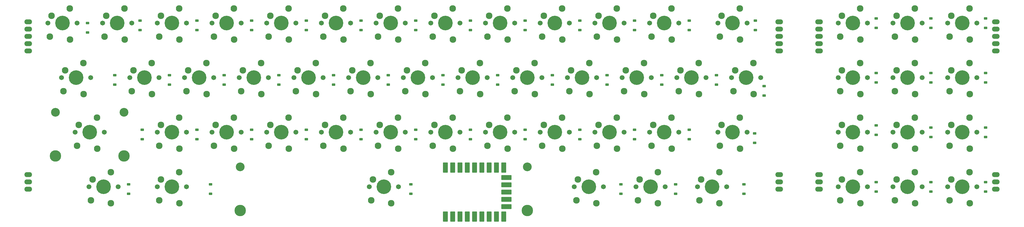
<source format=gbs>
G04 #@! TF.GenerationSoftware,KiCad,Pcbnew,8.0.3*
G04 #@! TF.CreationDate,2024-09-06T14:15:15-05:00*
G04 #@! TF.ProjectId,keyboard,6b657962-6f61-4726-942e-6b696361645f,rev?*
G04 #@! TF.SameCoordinates,Original*
G04 #@! TF.FileFunction,Soldermask,Bot*
G04 #@! TF.FilePolarity,Negative*
%FSLAX46Y46*%
G04 Gerber Fmt 4.6, Leading zero omitted, Abs format (unit mm)*
G04 Created by KiCad (PCBNEW 8.0.3) date 2024-09-06 14:15:15*
%MOMM*%
%LPD*%
G01*
G04 APERTURE LIST*
G04 Aperture macros list*
%AMRoundRect*
0 Rectangle with rounded corners*
0 $1 Rounding radius*
0 $2 $3 $4 $5 $6 $7 $8 $9 X,Y pos of 4 corners*
0 Add a 4 corners polygon primitive as box body*
4,1,4,$2,$3,$4,$5,$6,$7,$8,$9,$2,$3,0*
0 Add four circle primitives for the rounded corners*
1,1,$1+$1,$2,$3*
1,1,$1+$1,$4,$5*
1,1,$1+$1,$6,$7*
1,1,$1+$1,$8,$9*
0 Add four rect primitives between the rounded corners*
20,1,$1+$1,$2,$3,$4,$5,0*
20,1,$1+$1,$4,$5,$6,$7,0*
20,1,$1+$1,$6,$7,$8,$9,0*
20,1,$1+$1,$8,$9,$2,$3,0*%
G04 Aperture macros list end*
%ADD10C,5.100000*%
%ADD11C,2.300000*%
%ADD12C,1.701800*%
%ADD13C,3.987800*%
%ADD14O,2.700000X1.700000*%
%ADD15C,3.048000*%
%ADD16RoundRect,0.225000X0.375000X-0.225000X0.375000X0.225000X-0.375000X0.225000X-0.375000X-0.225000X0*%
%ADD17C,1.524000*%
%ADD18RoundRect,0.114865X-0.735135X1.635135X-0.735135X-1.635135X0.735135X-1.635135X0.735135X1.635135X0*%
%ADD19RoundRect,0.114865X1.635135X0.735135X-1.635135X0.735135X-1.635135X-0.735135X1.635135X-0.735135X0*%
G04 APERTURE END LIST*
D10*
X76200000Y-113506250D03*
D11*
X71800000Y-118206250D03*
X78800000Y-119256250D03*
D12*
X327342500Y-170656250D03*
D13*
X332422500Y-170656250D03*
D12*
X337502500Y-170656250D03*
D11*
X328612500Y-168116250D03*
X334962500Y-165576250D03*
D10*
X95250000Y-170656250D03*
D11*
X90850000Y-175356250D03*
X97850000Y-176406250D03*
D12*
X137795000Y-132556250D03*
D13*
X142875000Y-132556250D03*
D12*
X147955000Y-132556250D03*
D11*
X139065000Y-130016250D03*
X145415000Y-127476250D03*
D12*
X223520000Y-151606250D03*
D13*
X228600000Y-151606250D03*
D12*
X233680000Y-151606250D03*
D11*
X224790000Y-149066250D03*
X231140000Y-146526250D03*
D10*
X219075000Y-132556250D03*
D11*
X214675000Y-137256250D03*
X221675000Y-138306250D03*
D10*
X57150000Y-113506250D03*
D11*
X52750000Y-118206250D03*
X59750000Y-119256250D03*
D12*
X90170000Y-170656250D03*
D13*
X95250000Y-170656250D03*
D12*
X100330000Y-170656250D03*
D11*
X91440000Y-168116250D03*
X97790000Y-165576250D03*
D12*
X285432500Y-151606250D03*
D13*
X290512500Y-151606250D03*
D12*
X295592500Y-151606250D03*
D11*
X286702500Y-149066250D03*
X293052500Y-146526250D03*
D10*
X295275000Y-132556250D03*
D11*
X290875000Y-137256250D03*
X297875000Y-138306250D03*
D10*
X200025000Y-132556250D03*
D11*
X195625000Y-137256250D03*
X202625000Y-138306250D03*
D10*
X123825000Y-132556250D03*
D11*
X119425000Y-137256250D03*
X126425000Y-138306250D03*
D14*
X45243750Y-123190000D03*
X45243750Y-120650000D03*
X45243750Y-118110000D03*
X45243750Y-115570000D03*
X45243750Y-113030000D03*
D12*
X327342500Y-113506250D03*
D13*
X332422500Y-113506250D03*
D12*
X337502500Y-113506250D03*
D11*
X328612500Y-110966250D03*
X334962500Y-108426250D03*
D10*
X261937500Y-170656250D03*
D11*
X257537500Y-175356250D03*
X264537500Y-176406250D03*
D12*
X128270000Y-113506250D03*
D13*
X133350000Y-113506250D03*
D12*
X138430000Y-113506250D03*
D11*
X129540000Y-110966250D03*
X135890000Y-108426250D03*
D10*
X370522500Y-170656250D03*
D11*
X366122500Y-175356250D03*
X373122500Y-176406250D03*
D12*
X285432500Y-113506250D03*
D13*
X290512500Y-113506250D03*
D12*
X295592500Y-113506250D03*
D11*
X286702500Y-110966250D03*
X293052500Y-108426250D03*
D12*
X271145000Y-132556250D03*
D13*
X276225000Y-132556250D03*
D12*
X281305000Y-132556250D03*
D11*
X272415000Y-130016250D03*
X278765000Y-127476250D03*
D12*
X147320000Y-113506250D03*
D13*
X152400000Y-113506250D03*
D12*
X157480000Y-113506250D03*
D11*
X148590000Y-110966250D03*
X154940000Y-108426250D03*
D10*
X332422500Y-113506250D03*
D11*
X328022500Y-118206250D03*
X335022500Y-119256250D03*
D10*
X332422500Y-170656250D03*
D11*
X328022500Y-175356250D03*
X335022500Y-176406250D03*
D10*
X114300000Y-113506250D03*
D11*
X109900000Y-118206250D03*
X116900000Y-119256250D03*
D10*
X190500000Y-151606250D03*
D11*
X186100000Y-156306250D03*
X193100000Y-157356250D03*
D12*
X71120000Y-113506250D03*
D13*
X76200000Y-113506250D03*
D12*
X81280000Y-113506250D03*
D11*
X72390000Y-110966250D03*
X78740000Y-108426250D03*
D12*
X327342500Y-132556250D03*
D13*
X332422500Y-132556250D03*
D12*
X337502500Y-132556250D03*
D11*
X328612500Y-130016250D03*
X334962500Y-127476250D03*
D10*
X370522500Y-132556250D03*
D11*
X366122500Y-137256250D03*
X373122500Y-138306250D03*
D14*
X382181250Y-113030000D03*
X382181250Y-115570000D03*
X382181250Y-118110000D03*
X382181250Y-120650000D03*
X382181250Y-123190000D03*
D10*
X351472500Y-113506250D03*
D11*
X347072500Y-118206250D03*
X354072500Y-119256250D03*
D12*
X185420000Y-113506250D03*
D13*
X190500000Y-113506250D03*
D12*
X195580000Y-113506250D03*
D11*
X186690000Y-110966250D03*
X193040000Y-108426250D03*
D10*
X66675000Y-151606250D03*
D11*
X62275000Y-156306250D03*
X69275000Y-157356250D03*
D10*
X351472500Y-132556250D03*
D11*
X347072500Y-137256250D03*
X354072500Y-138306250D03*
D15*
X54737000Y-144621250D03*
D13*
X54737000Y-159861250D03*
D12*
X61595000Y-151606250D03*
D13*
X66675000Y-151606250D03*
D12*
X71755000Y-151606250D03*
D15*
X78613000Y-144621250D03*
D13*
X78613000Y-159861250D03*
D11*
X62865000Y-149066250D03*
X69215000Y-146526250D03*
D14*
X320675000Y-123190000D03*
X320675000Y-120650000D03*
X320675000Y-118110000D03*
X320675000Y-115570000D03*
X320675000Y-113030000D03*
D10*
X95250000Y-151606250D03*
D11*
X90850000Y-156306250D03*
X97850000Y-157356250D03*
D10*
X257175000Y-132556250D03*
D11*
X252775000Y-137256250D03*
X259775000Y-138306250D03*
D10*
X142875000Y-132556250D03*
D11*
X138475000Y-137256250D03*
X145475000Y-138306250D03*
D12*
X90170000Y-113506250D03*
D13*
X95250000Y-113506250D03*
D12*
X100330000Y-113506250D03*
D11*
X91440000Y-110966250D03*
X97790000Y-108426250D03*
D10*
X152400000Y-151606250D03*
D11*
X148000000Y-156306250D03*
X155000000Y-157356250D03*
D12*
X365442500Y-151606250D03*
D13*
X370522500Y-151606250D03*
D12*
X375602500Y-151606250D03*
D11*
X366712500Y-149066250D03*
X373062500Y-146526250D03*
D10*
X133350000Y-113506250D03*
D11*
X128950000Y-118206250D03*
X135950000Y-119256250D03*
D12*
X99695000Y-132556250D03*
D13*
X104775000Y-132556250D03*
D12*
X109855000Y-132556250D03*
D11*
X100965000Y-130016250D03*
X107315000Y-127476250D03*
D12*
X80645000Y-132556250D03*
D13*
X85725000Y-132556250D03*
D12*
X90805000Y-132556250D03*
D11*
X81915000Y-130016250D03*
X88265000Y-127476250D03*
D10*
X266700000Y-113506250D03*
D11*
X262300000Y-118206250D03*
X269300000Y-119256250D03*
D10*
X240506250Y-170656250D03*
D11*
X236106250Y-175356250D03*
X243106250Y-176406250D03*
D10*
X190500000Y-113506250D03*
D11*
X186100000Y-118206250D03*
X193100000Y-119256250D03*
D12*
X175895000Y-132556250D03*
D13*
X180975000Y-132556250D03*
D12*
X186055000Y-132556250D03*
D11*
X177165000Y-130016250D03*
X183515000Y-127476250D03*
D12*
X194945000Y-132556250D03*
D13*
X200025000Y-132556250D03*
D12*
X205105000Y-132556250D03*
D11*
X196215000Y-130016250D03*
X202565000Y-127476250D03*
D10*
X114300000Y-151606250D03*
D11*
X109900000Y-156306250D03*
X116900000Y-157356250D03*
D12*
X213995000Y-132556250D03*
D13*
X219075000Y-132556250D03*
D12*
X224155000Y-132556250D03*
D11*
X215265000Y-130016250D03*
X221615000Y-127476250D03*
D12*
X90170000Y-151606250D03*
D13*
X95250000Y-151606250D03*
D12*
X100330000Y-151606250D03*
D11*
X91440000Y-149066250D03*
X97790000Y-146526250D03*
D10*
X152400000Y-113506250D03*
D11*
X148000000Y-118206250D03*
X155000000Y-119256250D03*
D10*
X247650000Y-151606250D03*
D11*
X243250000Y-156306250D03*
X250250000Y-157356250D03*
D10*
X209550000Y-113506250D03*
D11*
X205150000Y-118206250D03*
X212150000Y-119256250D03*
D10*
X228600000Y-151606250D03*
D11*
X224200000Y-156306250D03*
X231200000Y-157356250D03*
D14*
X306775000Y-166370000D03*
X306775000Y-168910000D03*
X306775000Y-171450000D03*
D12*
X166370000Y-113506250D03*
D13*
X171450000Y-113506250D03*
D12*
X176530000Y-113506250D03*
D11*
X167640000Y-110966250D03*
X173990000Y-108426250D03*
D10*
X104775000Y-132556250D03*
D11*
X100375000Y-137256250D03*
X107375000Y-138306250D03*
D10*
X266700000Y-151606250D03*
D11*
X262300000Y-156306250D03*
X269300000Y-157356250D03*
D12*
X204470000Y-113506250D03*
D13*
X209550000Y-113506250D03*
D12*
X214630000Y-113506250D03*
D11*
X205740000Y-110966250D03*
X212090000Y-108426250D03*
D12*
X109220000Y-113506250D03*
D13*
X114300000Y-113506250D03*
D12*
X119380000Y-113506250D03*
D11*
X110490000Y-110966250D03*
X116840000Y-108426250D03*
D12*
X166370000Y-151606250D03*
D13*
X171450000Y-151606250D03*
D12*
X176530000Y-151606250D03*
D11*
X167640000Y-149066250D03*
X173990000Y-146526250D03*
D10*
X351472500Y-151606250D03*
D11*
X347072500Y-156306250D03*
X354072500Y-157356250D03*
D12*
X66357500Y-170656250D03*
D13*
X71437500Y-170656250D03*
D12*
X76517500Y-170656250D03*
D11*
X67627500Y-168116250D03*
X73977500Y-165576250D03*
D10*
X133350000Y-151606250D03*
D11*
X128950000Y-156306250D03*
X135950000Y-157356250D03*
D12*
X128270000Y-151606250D03*
D13*
X133350000Y-151606250D03*
D12*
X138430000Y-151606250D03*
D11*
X129540000Y-149066250D03*
X135890000Y-146526250D03*
D12*
X346392500Y-113506250D03*
D13*
X351472500Y-113506250D03*
D12*
X356552500Y-113506250D03*
D11*
X347662500Y-110966250D03*
X354012500Y-108426250D03*
D12*
X346392500Y-170656250D03*
D13*
X351472500Y-170656250D03*
D12*
X356552500Y-170656250D03*
D11*
X347662500Y-168116250D03*
X354012500Y-165576250D03*
D12*
X52070000Y-113506250D03*
D13*
X57150000Y-113506250D03*
D12*
X62230000Y-113506250D03*
D11*
X53340000Y-110966250D03*
X59690000Y-108426250D03*
D10*
X171450000Y-151606250D03*
D11*
X167050000Y-156306250D03*
X174050000Y-157356250D03*
D12*
X147320000Y-151606250D03*
D13*
X152400000Y-151606250D03*
D12*
X157480000Y-151606250D03*
D11*
X148590000Y-149066250D03*
X154940000Y-146526250D03*
D12*
X233045000Y-132556250D03*
D13*
X238125000Y-132556250D03*
D12*
X243205000Y-132556250D03*
D11*
X234315000Y-130016250D03*
X240665000Y-127476250D03*
D10*
X209550000Y-151606250D03*
D11*
X205150000Y-156306250D03*
X212150000Y-157356250D03*
D10*
X370522500Y-113506250D03*
D11*
X366122500Y-118206250D03*
X373122500Y-119256250D03*
D12*
X261620000Y-113506250D03*
D13*
X266700000Y-113506250D03*
D12*
X271780000Y-113506250D03*
D11*
X262890000Y-110966250D03*
X269240000Y-108426250D03*
D12*
X346392500Y-151606250D03*
D13*
X351472500Y-151606250D03*
D12*
X356552500Y-151606250D03*
D11*
X347662500Y-149066250D03*
X354012500Y-146526250D03*
D12*
X235426250Y-170656250D03*
D13*
X240506250Y-170656250D03*
D12*
X245586250Y-170656250D03*
D11*
X236696250Y-168116250D03*
X243046250Y-165576250D03*
D14*
X306775000Y-113030000D03*
X306775000Y-115570000D03*
X306775000Y-118110000D03*
X306775000Y-120650000D03*
X306775000Y-123190000D03*
D10*
X247650000Y-113506250D03*
D11*
X243250000Y-118206250D03*
X250250000Y-119256250D03*
D10*
X169068750Y-170656250D03*
D11*
X164668750Y-175356250D03*
X171668750Y-176406250D03*
D10*
X95250000Y-113506250D03*
D11*
X90850000Y-118206250D03*
X97850000Y-119256250D03*
D10*
X351472500Y-170656250D03*
D11*
X347072500Y-175356250D03*
X354072500Y-176406250D03*
D12*
X327342500Y-151606250D03*
D13*
X332422500Y-151606250D03*
D12*
X337502500Y-151606250D03*
D11*
X328612500Y-149066250D03*
X334962500Y-146526250D03*
D10*
X332422500Y-132556250D03*
D11*
X328022500Y-137256250D03*
X335022500Y-138306250D03*
D10*
X290512500Y-151606250D03*
D11*
X286112500Y-156306250D03*
X293112500Y-157356250D03*
D14*
X382181250Y-166370000D03*
X382181250Y-168910000D03*
X382181250Y-171450000D03*
D12*
X261620000Y-151606250D03*
D13*
X266700000Y-151606250D03*
D12*
X271780000Y-151606250D03*
D11*
X262890000Y-149066250D03*
X269240000Y-146526250D03*
D10*
X283368750Y-170656250D03*
D11*
X278968750Y-175356250D03*
X285968750Y-176406250D03*
D12*
X290195000Y-132556250D03*
D13*
X295275000Y-132556250D03*
D12*
X300355000Y-132556250D03*
D11*
X291465000Y-130016250D03*
X297815000Y-127476250D03*
D10*
X370522500Y-151606250D03*
D11*
X366122500Y-156306250D03*
X373122500Y-157356250D03*
D10*
X332422500Y-151606250D03*
D11*
X328022500Y-156306250D03*
X335022500Y-157356250D03*
D10*
X71437500Y-170656250D03*
D11*
X67037500Y-175356250D03*
X74037500Y-176406250D03*
D10*
X61912500Y-132556250D03*
D11*
X57512500Y-137256250D03*
X64512500Y-138306250D03*
D12*
X278288750Y-170656250D03*
D13*
X283368750Y-170656250D03*
D12*
X288448750Y-170656250D03*
D11*
X279558750Y-168116250D03*
X285908750Y-165576250D03*
D10*
X180975000Y-132556250D03*
D11*
X176575000Y-137256250D03*
X183575000Y-138306250D03*
D10*
X290512500Y-113506250D03*
D11*
X286112500Y-118206250D03*
X293112500Y-119256250D03*
D12*
X256857500Y-170656250D03*
D13*
X261937500Y-170656250D03*
D12*
X267017500Y-170656250D03*
D11*
X258127500Y-168116250D03*
X264477500Y-165576250D03*
D12*
X346392500Y-132556250D03*
D13*
X351472500Y-132556250D03*
D12*
X356552500Y-132556250D03*
D11*
X347662500Y-130016250D03*
X354012500Y-127476250D03*
D12*
X56832500Y-132556250D03*
D13*
X61912500Y-132556250D03*
D12*
X66992500Y-132556250D03*
D11*
X58102500Y-130016250D03*
X64452500Y-127476250D03*
D12*
X252095000Y-132556250D03*
D13*
X257175000Y-132556250D03*
D12*
X262255000Y-132556250D03*
D11*
X253365000Y-130016250D03*
X259715000Y-127476250D03*
D12*
X109220000Y-151606250D03*
D13*
X114300000Y-151606250D03*
D12*
X119380000Y-151606250D03*
D11*
X110490000Y-149066250D03*
X116840000Y-146526250D03*
D12*
X156845000Y-132556250D03*
D13*
X161925000Y-132556250D03*
D12*
X167005000Y-132556250D03*
D11*
X158115000Y-130016250D03*
X164465000Y-127476250D03*
D12*
X204470000Y-151606250D03*
D13*
X209550000Y-151606250D03*
D12*
X214630000Y-151606250D03*
D11*
X205740000Y-149066250D03*
X212090000Y-146526250D03*
D15*
X119068750Y-163671250D03*
D13*
X119068750Y-178911250D03*
D12*
X163988750Y-170656250D03*
D13*
X169068750Y-170656250D03*
D12*
X174148750Y-170656250D03*
D15*
X219068750Y-163671250D03*
D13*
X219068750Y-178911250D03*
D11*
X165258750Y-168116250D03*
X171608750Y-165576250D03*
D14*
X45243750Y-171450000D03*
X45243750Y-168910000D03*
X45243750Y-166370000D03*
D12*
X365442500Y-113506250D03*
D13*
X370522500Y-113506250D03*
D12*
X375602500Y-113506250D03*
D11*
X366712500Y-110966250D03*
X373062500Y-108426250D03*
D12*
X242570000Y-151606250D03*
D13*
X247650000Y-151606250D03*
D12*
X252730000Y-151606250D03*
D11*
X243840000Y-149066250D03*
X250190000Y-146526250D03*
D10*
X171450000Y-113506250D03*
D11*
X167050000Y-118206250D03*
X174050000Y-119256250D03*
D12*
X185420000Y-151606250D03*
D13*
X190500000Y-151606250D03*
D12*
X195580000Y-151606250D03*
D11*
X186690000Y-149066250D03*
X193040000Y-146526250D03*
D12*
X365442500Y-170656250D03*
D13*
X370522500Y-170656250D03*
D12*
X375602500Y-170656250D03*
D11*
X366712500Y-168116250D03*
X373062500Y-165576250D03*
D12*
X242570000Y-113506250D03*
D13*
X247650000Y-113506250D03*
D12*
X252730000Y-113506250D03*
D11*
X243840000Y-110966250D03*
X250190000Y-108426250D03*
D12*
X223520000Y-113506250D03*
D13*
X228600000Y-113506250D03*
D12*
X233680000Y-113506250D03*
D11*
X224790000Y-110966250D03*
X231140000Y-108426250D03*
D10*
X228600000Y-113506250D03*
D11*
X224200000Y-118206250D03*
X231200000Y-119256250D03*
D10*
X161925000Y-132556250D03*
D11*
X157525000Y-137256250D03*
X164525000Y-138306250D03*
D10*
X238125000Y-132556250D03*
D11*
X233725000Y-137256250D03*
X240725000Y-138306250D03*
D14*
X320675000Y-171450000D03*
X320675000Y-168910000D03*
X320675000Y-166370000D03*
D12*
X118745000Y-132556250D03*
D13*
X123825000Y-132556250D03*
D12*
X128905000Y-132556250D03*
D11*
X120015000Y-130016250D03*
X126365000Y-127476250D03*
D12*
X365442500Y-132556250D03*
D13*
X370522500Y-132556250D03*
D12*
X375602500Y-132556250D03*
D11*
X366712500Y-130016250D03*
X373062500Y-127476250D03*
D10*
X85725000Y-132556250D03*
D11*
X81325000Y-137256250D03*
X88325000Y-138306250D03*
D10*
X276225000Y-132556250D03*
D11*
X271825000Y-137256250D03*
X278825000Y-138306250D03*
D16*
X378618750Y-115156250D03*
X378618750Y-111856250D03*
X151606250Y-135000000D03*
X151606250Y-131700000D03*
X340518750Y-134206250D03*
X340518750Y-130906250D03*
X359568750Y-172306250D03*
X359568750Y-169006250D03*
X378618750Y-134206250D03*
X378618750Y-130906250D03*
X237353750Y-115927500D03*
X237353750Y-112627500D03*
X161131250Y-154050000D03*
X161131250Y-150750000D03*
X237331250Y-154027500D03*
X237331250Y-150727500D03*
X132556250Y-135000000D03*
X132556250Y-131700000D03*
X378618750Y-153256250D03*
X378618750Y-149956250D03*
X94433750Y-134977500D03*
X94433750Y-131677500D03*
X284933750Y-134977500D03*
X284933750Y-131677500D03*
X189706250Y-135000000D03*
X189706250Y-131700000D03*
X65881250Y-116743750D03*
X65881250Y-113443750D03*
X256381250Y-154050000D03*
X256381250Y-150750000D03*
X265883750Y-134977500D03*
X265883750Y-131677500D03*
X123031250Y-115950000D03*
X123031250Y-112650000D03*
X180181250Y-115950000D03*
X180181250Y-112650000D03*
X359568750Y-134206250D03*
X359568750Y-130906250D03*
D17*
X190500000Y-180086000D03*
D18*
X190500000Y-181036000D03*
D17*
X193040000Y-180086000D03*
D18*
X193040000Y-181036000D03*
D17*
X195580000Y-180086000D03*
D18*
X195580000Y-181036000D03*
D17*
X198120000Y-180086000D03*
D18*
X198120000Y-181036000D03*
D17*
X200660000Y-180086000D03*
D18*
X200660000Y-181036000D03*
D17*
X203200000Y-180086000D03*
D18*
X203200000Y-181036000D03*
D17*
X205740000Y-180086000D03*
D18*
X205740000Y-181036000D03*
D17*
X208280000Y-180086000D03*
D18*
X208280000Y-181036000D03*
D17*
X210820000Y-180086000D03*
D18*
X210820000Y-181036000D03*
D19*
X211760000Y-177546000D03*
D17*
X210820000Y-177546000D03*
D19*
X211760000Y-175006000D03*
D17*
X210820000Y-175006000D03*
D19*
X211760000Y-172466000D03*
D17*
X210820000Y-172466000D03*
X210820000Y-169926000D03*
D19*
X211760000Y-169936000D03*
X211760000Y-167386000D03*
D17*
X210820000Y-167386000D03*
D18*
X210820000Y-163896000D03*
D17*
X210820000Y-164846000D03*
D18*
X208280000Y-163896000D03*
D17*
X208280000Y-164846000D03*
D18*
X205740000Y-163896000D03*
D17*
X205740000Y-164846000D03*
D18*
X203200000Y-163896000D03*
D17*
X203200000Y-164846000D03*
D18*
X200660000Y-163896000D03*
D17*
X200660000Y-164846000D03*
D18*
X198120000Y-163896000D03*
D17*
X198120000Y-164846000D03*
D18*
X195580000Y-163896000D03*
D17*
X195580000Y-164846000D03*
D18*
X193040000Y-163896000D03*
D17*
X193040000Y-164846000D03*
D18*
X190500000Y-163896000D03*
D17*
X190500000Y-164846000D03*
D16*
X256381250Y-115950000D03*
X256381250Y-112650000D03*
X340518750Y-115156250D03*
X340518750Y-111856250D03*
X298196000Y-155320000D03*
X298196000Y-152020000D03*
X170656250Y-134977500D03*
X170656250Y-131677500D03*
X84931250Y-154027500D03*
X84931250Y-150727500D03*
X84137500Y-115927500D03*
X84137500Y-112627500D03*
X199231250Y-115905000D03*
X199231250Y-112605000D03*
X113506250Y-135000000D03*
X113506250Y-131700000D03*
X142081250Y-154027500D03*
X142081250Y-150727500D03*
X161131250Y-115950000D03*
X161131250Y-112650000D03*
X123031250Y-154027500D03*
X123031250Y-150727500D03*
X340518750Y-172306250D03*
X340518750Y-169006250D03*
X80168750Y-173100000D03*
X80168750Y-169800000D03*
X199208750Y-154027500D03*
X199208750Y-150727500D03*
X275408750Y-154027500D03*
X275408750Y-150727500D03*
X270668750Y-173077500D03*
X270668750Y-169777500D03*
X103981250Y-154027500D03*
X103981250Y-150727500D03*
X298450000Y-115950000D03*
X298450000Y-112650000D03*
X301498000Y-138810000D03*
X301498000Y-135510000D03*
X275431250Y-115950000D03*
X275431250Y-112650000D03*
X142121250Y-115950000D03*
X142121250Y-112650000D03*
X359568750Y-115156250D03*
X359568750Y-111856250D03*
X227783750Y-134977500D03*
X227783750Y-131677500D03*
X103981250Y-115927500D03*
X103981250Y-112627500D03*
X218258750Y-154027500D03*
X218258750Y-150727500D03*
X208733750Y-135000000D03*
X208733750Y-131700000D03*
X378618750Y-172306250D03*
X378618750Y-169006250D03*
X359568750Y-153256250D03*
X359568750Y-149956250D03*
X218258750Y-115927500D03*
X218258750Y-112627500D03*
X180181250Y-154050000D03*
X180181250Y-150750000D03*
X340518750Y-152462500D03*
X340518750Y-149162500D03*
X75406250Y-135000000D03*
X75406250Y-131700000D03*
X108721250Y-173077500D03*
X108721250Y-169777500D03*
X251618750Y-173100000D03*
X251618750Y-169800000D03*
X246856250Y-135000000D03*
X246856250Y-131700000D03*
X178508750Y-173077500D03*
X178508750Y-169777500D03*
X294481250Y-173077500D03*
X294481250Y-169777500D03*
M02*

</source>
